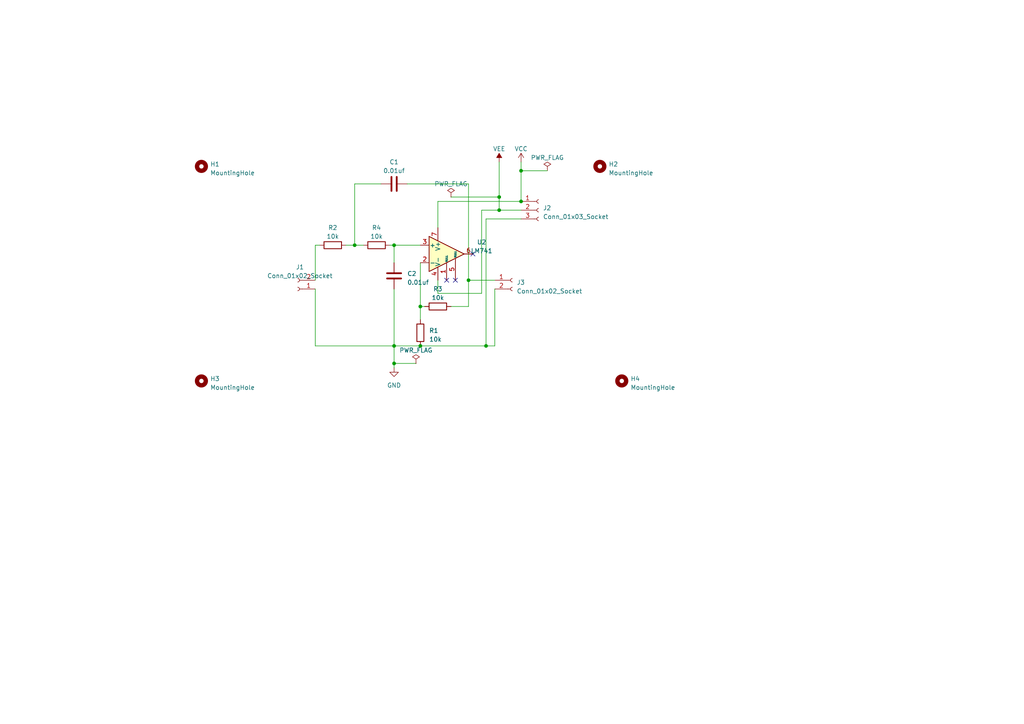
<source format=kicad_sch>
(kicad_sch (version 20230121) (generator eeschema)
  (paper "A4")
  (lib_symbols
    (symbol "Amplifier_Operational:LM741" (pin_names (offset 0.127))
      (property "Reference" "U" (at 0 6.35 0))
      (property "Value" "LM741" (at 0 3.81 0))
      (symbol "LM741_0_1"
        (polyline (pts (xy -5.08 5.08) (xy 5.08 0) (xy -5.08 -5.08) (xy -5.08 5.08)) (stroke (width 0.254)) (fill (type background)))
      )
      (symbol "LM741_1_1"
        (pin input line (at 0 -7.62 90) (length 5.08) (name "NULL") (number "1"))
        (pin input line (at -7.62 -2.54 0) (length 2.54) (name "-") (number "2"))
        (pin input line (at -7.62 2.54 0) (length 2.54) (name "+") (number "3"))
        (pin power_in line (at -2.54 -7.62 90) (length 3.81) (name "V-") (number "4"))
        (pin input line (at 2.54 -7.62 90) (length 6.35) (name "NULL") (number "5"))
        (pin output line (at 7.62 0 180) (length 2.54) (name "~") (number "6"))
        (pin power_in line (at -2.54 7.62 270) (length 3.81) (name "V+") (number "7"))
        (pin no_connect line (at 0 2.54 270) (length 2.54) hide (name "NC") (number "8"))
      )
    )
    (symbol "Connector:Conn_01x02_Socket" (pin_names (offset 1.016) hide)
      (property "Reference" "J" (at 0 2.54 0))
      (property "Value" "Conn_01x02_Socket" (at 0 -5.08 0))
      (symbol "Conn_01x02_Socket_1_1"
        (arc (start 0 -2.032) (mid -0.5058 -2.54) (end 0 -3.048) (stroke (width 0.1524)))
        (polyline (pts (xy -1.27 -2.54) (xy -0.508 -2.54)) (stroke (width 0.1524)))
        (polyline (pts (xy -1.27 0) (xy -0.508 0)) (stroke (width 0.1524)))
        (arc (start 0 0.508) (mid -0.5058 0) (end 0 -0.508) (stroke (width 0.1524)))
        (pin passive line (at -5.08 0 0) (length 3.81) (name "Pin_1") (number "1"))
        (pin passive line (at -5.08 -2.54 0) (length 3.81) (name "Pin_2") (number "2"))
      )
    )
    (symbol "Connector:Conn_01x03_Socket" (pin_names (offset 1.016) hide)
      (property "Reference" "J" (at 0 5.08 0))
      (property "Value" "Conn_01x03_Socket" (at 0 -5.08 0))
      (symbol "Conn_01x03_Socket_1_1"
        (arc (start 0 -2.032) (mid -0.5058 -2.54) (end 0 -3.048) (stroke (width 0.1524)))
        (polyline (pts (xy -1.27 -2.54) (xy -0.508 -2.54)) (stroke (width 0.1524)))
        (polyline (pts (xy -1.27 0) (xy -0.508 0)) (stroke (width 0.1524)))
        (polyline (pts (xy -1.27 2.54) (xy -0.508 2.54)) (stroke (width 0.1524)))
        (arc (start 0 0.508) (mid -0.5058 0) (end 0 -0.508) (stroke (width 0.1524)))
        (arc (start 0 3.048) (mid -0.5058 2.54) (end 0 2.032) (stroke (width 0.1524)))
        (pin passive line (at -5.08 2.54 0) (length 3.81) (name "Pin_1") (number "1"))
        (pin passive line (at -5.08 0 0) (length 3.81) (name "Pin_2") (number "2"))
        (pin passive line (at -5.08 -2.54 0) (length 3.81) (name "Pin_3") (number "3"))
      )
    )
    (symbol "Device:C" (pin_numbers hide) (pin_names (offset 0.254))
      (property "Reference" "C" (at 0.635 2.54 0))
      (property "Value" "C" (at 0.635 -2.54 0))
      (symbol "C_0_1"
        (polyline (pts (xy -2.032 -0.762) (xy 2.032 -0.762)) (stroke (width 0.508)))
        (polyline (pts (xy -2.032 0.762) (xy 2.032 0.762)) (stroke (width 0.508)))
      )
      (symbol "C_1_1"
        (pin passive line (at 0 3.81 270) (length 2.794) (name "~") (number "1"))
        (pin passive line (at 0 -3.81 90) (length 2.794) (name "~") (number "2"))
      )
    )
    (symbol "Device:R" (pin_numbers hide) (pin_names (offset 0))
      (property "Reference" "R" (at 2.032 0 90))
      (property "Value" "R" (at 0 0 90))
      (symbol "R_0_1"
        (rectangle (start -1.016 -2.54) (end 1.016 2.54) (stroke (width 0.254)))
      )
      (symbol "R_1_1"
        (pin passive line (at 0 3.81 270) (length 1.27) (name "~") (number "1"))
        (pin passive line (at 0 -3.81 90) (length 1.27) (name "~") (number "2"))
      )
    )
    (symbol "Mechanical:MountingHole" (pin_names (offset 1.016))
      (property "Reference" "H" (at 0 5.08 0))
      (property "Value" "MountingHole" (at 0 3.175 0))
      (symbol "MountingHole_0_1"
        (circle (center 0 0) (radius 1.27) (stroke (width 1.27)))
      )
    )
    (symbol "power:GND" (power) (pin_names (offset 0))
      (property "Value" "GND" (at 0 -3.81 0))
      (symbol "GND_0_1"
        (polyline (pts (xy 0 0) (xy 0 -1.27) (xy 1.27 -1.27) (xy 0 -2.54) (xy -1.27 -1.27) (xy 0 -1.27)))
      )
      (symbol "GND_1_1"
        (pin power_in line (at 0 0 270) (length 0) hide (name "GND") (number "1"))
      )
    )
    (symbol "power:PWR_FLAG" (power) (pin_numbers hide) (pin_names (offset 0) hide)
      (property "Value" "PWR_FLAG" (at 0 3.81 0))
      (symbol "PWR_FLAG_0_0"
        (pin power_out line (at 0 0 90) (length 0) (name "pwr") (number "1"))
      )
      (symbol "PWR_FLAG_0_1"
        (polyline (pts (xy 0 0) (xy 0 1.27) (xy -1.016 1.905) (xy 0 2.54) (xy 1.016 1.905) (xy 0 1.27)))
      )
    )
    (symbol "power:VCC" (power) (pin_names (offset 0))
      (property "Value" "VCC" (at 0 3.81 0))
      (symbol "VCC_0_1"
        (polyline (pts (xy -0.762 1.27) (xy 0 2.54)))
        (polyline (pts (xy 0 0) (xy 0 2.54)))
        (polyline (pts (xy 0 2.54) (xy 0.762 1.27)))
      )
      (symbol "VCC_1_1"
        (pin power_in line (at 0 0 90) (length 0) hide (name "VCC") (number "1"))
      )
    )
    (symbol "power:VEE" (power) (pin_names (offset 0))
      (property "Value" "VEE" (at 0 3.81 0))
      (symbol "VEE_0_1"
        (polyline (pts (xy 0 0) (xy 0 2.54)))
        (polyline (pts (xy 0.762 1.27) (xy -0.762 1.27) (xy 0 2.54) (xy 0.762 1.27)) (fill (type outline)))
      )
      (symbol "VEE_1_1"
        (pin power_in line (at 0 0 90) (length 0) hide (name "VEE") (number "1"))
      )
    )
  )
  (junction (at 135.89 81.28))
  (junction (at 114.3 105.41))
  (junction (at 121.92 88.9))
  (junction (at 144.78 60.96))
  (junction (at 121.92 100.33))
  (junction (at 114.3 71.12))
  (junction (at 102.87 71.12))
  (junction (at 114.3 100.33))
  (junction (at 151.13 49.53))
  (junction (at 140.97 100.33))
  (junction (at 144.78 57.15))
  (junction (at 151.13 58.42))
  (no_connect (at 129.54 81.28))
  (no_connect (at 137.16 73.66))
  (no_connect (at 132.08 81.28))
  (wire (pts (xy 151.13 46.99) (xy 151.13 49.53)))
  (wire (pts (xy 127 85.09) (xy 127 81.28)))
  (wire (pts (xy 143.51 83.82) (xy 143.51 100.33)))
  (wire (pts (xy 144.78 46.99) (xy 144.78 57.15)))
  (wire (pts (xy 102.87 71.12) (xy 105.41 71.12)))
  (wire (pts (xy 121.92 88.9) (xy 121.92 92.71)))
  (wire (pts (xy 135.89 81.28) (xy 135.89 88.9)))
  (wire (pts (xy 127 58.42) (xy 151.13 58.42)))
  (wire (pts (xy 120.65 105.41) (xy 114.3 105.41)))
  (wire (pts (xy 144.78 60.96) (xy 151.13 60.96)))
  (wire (pts (xy 118.11 53.34) (xy 135.89 53.34)))
  (wire (pts (xy 130.81 57.15) (xy 144.78 57.15)))
  (wire (pts (xy 91.44 81.28) (xy 91.44 71.12)))
  (wire (pts (xy 140.97 63.5) (xy 140.97 100.33)))
  (wire (pts (xy 114.3 71.12) (xy 121.92 71.12)))
  (wire (pts (xy 140.97 100.33) (xy 121.92 100.33)))
  (wire (pts (xy 91.44 100.33) (xy 114.3 100.33)))
  (wire (pts (xy 114.3 83.82) (xy 114.3 100.33)))
  (wire (pts (xy 110.49 53.34) (xy 102.87 53.34)))
  (wire (pts (xy 135.89 53.34) (xy 135.89 81.28)))
  (wire (pts (xy 114.3 71.12) (xy 114.3 76.2)))
  (wire (pts (xy 139.7 60.96) (xy 139.7 85.09)))
  (wire (pts (xy 139.7 85.09) (xy 127 85.09)))
  (wire (pts (xy 135.89 88.9) (xy 130.81 88.9)))
  (wire (pts (xy 121.92 88.9) (xy 123.19 88.9)))
  (wire (pts (xy 139.7 60.96) (xy 144.78 60.96)))
  (wire (pts (xy 114.3 100.33) (xy 114.3 105.41)))
  (wire (pts (xy 143.51 100.33) (xy 140.97 100.33)))
  (wire (pts (xy 143.51 81.28) (xy 135.89 81.28)))
  (wire (pts (xy 114.3 105.41) (xy 114.3 106.68)))
  (wire (pts (xy 113.03 71.12) (xy 114.3 71.12)))
  (wire (pts (xy 127 58.42) (xy 127 66.04)))
  (wire (pts (xy 114.3 100.33) (xy 121.92 100.33)))
  (wire (pts (xy 121.92 76.2) (xy 121.92 88.9)))
  (wire (pts (xy 91.44 71.12) (xy 92.71 71.12)))
  (wire (pts (xy 158.75 49.53) (xy 151.13 49.53)))
  (wire (pts (xy 102.87 53.34) (xy 102.87 71.12)))
  (wire (pts (xy 100.33 71.12) (xy 102.87 71.12)))
  (wire (pts (xy 144.78 57.15) (xy 144.78 60.96)))
  (wire (pts (xy 151.13 49.53) (xy 151.13 58.42)))
  (wire (pts (xy 91.44 83.82) (xy 91.44 100.33)))
  (wire (pts (xy 151.13 63.5) (xy 140.97 63.5)))
  (symbol (lib_id "Mechanical:MountingHole") (at 180.34 110.49 0) (unit 1)
    (property "Reference" "H4" (at 182.88 109.855 0) (effects (justify left)))
    (property "Value" "MountingHole" (at 182.88 112.395 0) (effects (justify left)))
    (property "Footprint" "MountingHole:MountingHole_2.2mm_M2" (effects hide))
  )
  (symbol (lib_id "power:PWR_FLAG") (at 130.81 57.15 0) (unit 1)
    (property "Reference" "#FLG02" (effects hide))
    (property "Value" "PWR_FLAG" (at 130.81 53.34 0))
  )
  (symbol (lib_id "Connector:Conn_01x03_Socket") (at 156.21 60.96 0) (unit 1)
    (property "Reference" "J2" (at 157.48 60.325 0) (effects (justify left)))
    (property "Value" "Conn_01x03_Socket" (at 157.48 62.865 0) (effects (justify left)))
    (property "Footprint" "Connector_PinSocket_2.54mm:PinSocket_1x03_P2.54mm_Vertical" (effects hide))
  )
  (symbol (lib_id "Device:R") (at 109.22 71.12 90) (unit 1)
    (property "Reference" "R4" (at 109.22 66.04 90))
    (property "Value" "10k" (at 109.22 68.58 90))
    (property "Footprint" "Resistor_THT:R_Axial_DIN0207_L6.3mm_D2.5mm_P15.24mm_Horizontal" (effects hide))
  )
  (symbol (lib_id "power:PWR_FLAG") (at 158.75 49.53 0) (unit 1)
    (property "Reference" "#FLG01" (effects hide))
    (property "Value" "PWR_FLAG" (at 158.75 45.72 0))
  )
  (symbol (lib_id "Device:R") (at 96.52 71.12 90) (unit 1)
    (property "Reference" "R2" (at 96.52 66.04 90))
    (property "Value" "10k" (at 96.52 68.58 90))
    (property "Footprint" "Resistor_THT:R_Axial_DIN0207_L6.3mm_D2.5mm_P15.24mm_Horizontal" (effects hide))
  )
  (symbol (lib_id "Device:R") (at 121.92 96.52 0) (unit 1)
    (property "Reference" "R1" (at 124.46 95.885 0) (effects (justify left)))
    (property "Value" "10k" (at 124.46 98.425 0) (effects (justify left)))
    (property "Footprint" "Resistor_THT:R_Axial_DIN0207_L6.3mm_D2.5mm_P15.24mm_Horizontal" (effects hide))
  )
  (symbol (lib_id "Amplifier_Operational:LM741") (at 129.54 73.66 0) (unit 1)
    (property "Reference" "U2" (at 139.7 70.2311 0))
    (property "Value" "LM741" (at 139.7 72.7711 0))
    (property "Footprint" "Package_TO_SOT_THT:TO-99-8" (effects hide))
    (property "Datasheet" "http://www.ti.com/lit/ds/symlink/lm741.pdf" (effects hide))
  )
  (symbol (lib_id "power:GND") (at 114.3 106.68 0) (unit 1)
    (property "Reference" "#PWR03" (effects hide))
    (property "Value" "GND" (at 114.3 111.76 0))
  )
  (symbol (lib_id "Device:R") (at 127 88.9 90) (unit 1)
    (property "Reference" "R3" (at 127 83.82 90))
    (property "Value" "10k" (at 127 86.36 90))
    (property "Footprint" "Resistor_THT:R_Axial_DIN0207_L6.3mm_D2.5mm_P15.24mm_Horizontal" (effects hide))
  )
  (symbol (lib_id "Mechanical:MountingHole") (at 58.42 110.49 0) (unit 1)
    (property "Reference" "H3" (at 60.96 109.855 0) (effects (justify left)))
    (property "Value" "MountingHole" (at 60.96 112.395 0) (effects (justify left)))
    (property "Footprint" "MountingHole:MountingHole_2.2mm_M2" (effects hide))
  )
  (symbol (lib_id "Mechanical:MountingHole") (at 58.42 48.26 0) (unit 1)
    (property "Reference" "H1" (at 60.96 47.625 0) (effects (justify left)))
    (property "Value" "MountingHole" (at 60.96 50.165 0) (effects (justify left)))
    (property "Footprint" "MountingHole:MountingHole_2.2mm_M2" (effects hide))
  )
  (symbol (lib_id "Device:C") (at 114.3 53.34 270) (unit 1)
    (property "Reference" "C1" (at 114.3 46.99 90))
    (property "Value" "0.01uf" (at 114.3 49.53 90))
    (property "Footprint" "Capacitor_THT:C_Disc_D5.0mm_W2.5mm_P5.00mm" (effects hide))
  )
  (symbol (lib_id "power:VCC") (at 151.13 46.99 0) (unit 1)
    (property "Reference" "#PWR01" (effects hide))
    (property "Value" "VCC" (at 151.13 43.18 0))
  )
  (symbol (lib_id "Device:C") (at 114.3 80.01 0) (unit 1)
    (property "Reference" "C2" (at 118.11 79.375 0) (effects (justify left)))
    (property "Value" "0.01uf" (at 118.11 81.915 0) (effects (justify left)))
    (property "Footprint" "Capacitor_THT:C_Disc_D5.0mm_W2.5mm_P5.00mm" (effects hide))
  )
  (symbol (lib_id "Connector:Conn_01x02_Socket") (at 148.59 81.28 0) (unit 1)
    (property "Reference" "J3" (at 149.86 81.915 0) (effects (justify left)))
    (property "Value" "Conn_01x02_Socket" (at 149.86 84.455 0) (effects (justify left)))
    (property "Footprint" "Connector_PinSocket_2.54mm:PinSocket_1x02_P2.54mm_Vertical" (effects hide))
  )
  (symbol (lib_id "Mechanical:MountingHole") (at 173.99 48.26 0) (unit 1)
    (property "Reference" "H2" (at 176.53 47.625 0) (effects (justify left)))
    (property "Value" "MountingHole" (at 176.53 50.165 0) (effects (justify left)))
    (property "Footprint" "MountingHole:MountingHole_2.2mm_M2" (effects hide))
  )
  (symbol (lib_id "power:PWR_FLAG") (at 120.65 105.41 0) (unit 1)
    (property "Reference" "#FLG03" (effects hide))
    (property "Value" "PWR_FLAG" (at 120.65 101.6 0))
  )
  (symbol (lib_id "Connector:Conn_01x02_Socket") (at 86.36 83.82 180) (unit 1)
    (property "Reference" "J1" (at 86.995 77.47 0))
    (property "Value" "Conn_01x02_Socket" (at 86.995 80.01 0))
    (property "Footprint" "Connector_PinSocket_2.54mm:PinSocket_1x02_P2.54mm_Vertical" (effects hide))
  )
  (symbol (lib_id "power:VEE") (at 144.78 46.99 0) (unit 1)
    (property "Reference" "#PWR02" (effects hide))
    (property "Value" "VEE" (at 144.78 43.18 0))
  )
)
</source>
